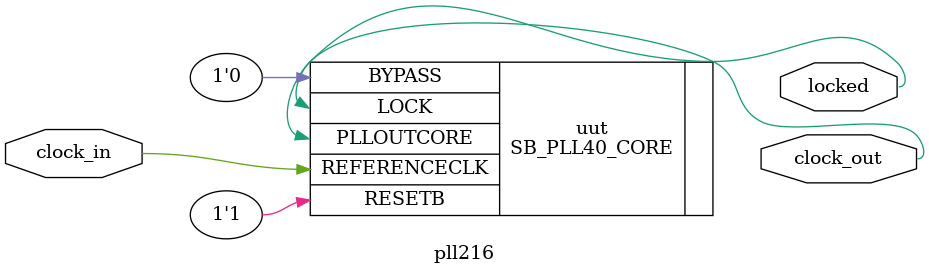
<source format=v>
/**
 * PLL configuration
 *
 * This Verilog module was generated automatically
 * using the icepll tool from the IceStorm project.
 * Use at your own risk.
 *
 * Given input frequency:        16.000 MHz
 * Requested output frequency:  216.000 MHz
 * Achieved output frequency:   216.000 MHz
 */

module pll216(
	input  clock_in,
	output clock_out,
	output locked
	);

SB_PLL40_CORE #(
		.FEEDBACK_PATH("SIMPLE"),
		.DIVR(4'b0000),		// DIVR =  0
		.DIVF(7'b0110101),	// DIVF = 53
		.DIVQ(3'b010),		// DIVQ =  2
		.FILTER_RANGE(3'b001)	// FILTER_RANGE = 1
	) uut (
		.LOCK(locked),
		.RESETB(1'b1),
		.BYPASS(1'b0),
		.REFERENCECLK(clock_in),
		.PLLOUTCORE(clock_out)
		);

endmodule

</source>
